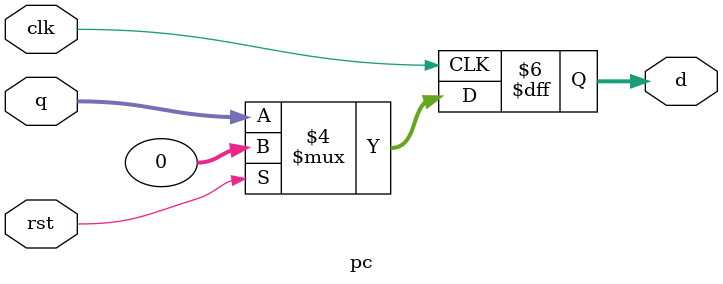
<source format=sv>
module pc (q,clk,rst,d);
parameter w=32;
input logic [w-1:0]q;
input clk,rst;
output logic [w-1:0]d;
always @(posedge clk)
begin
if (!rst)
d<=q;
else
d<=0;
end
endmodule
</source>
